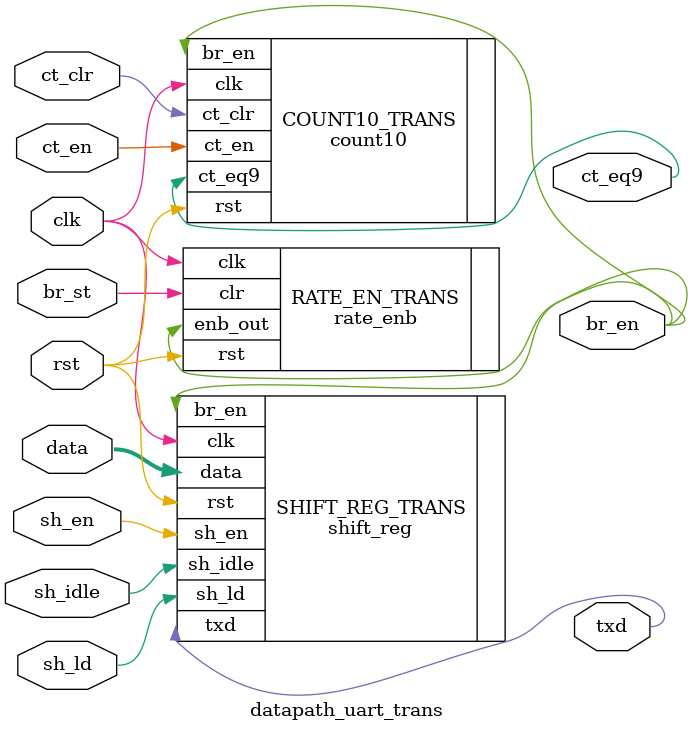
<source format=sv>
`timescale 1ns / 1ps


module datapath_uart_trans(
    input logic sh_ld, sh_idle, sh_en, br_st, ct_clr, clk, rst, ct_en,
    input logic [7:0] data,
    output logic ct_eq9,txd,br_en
    );
    parameter BAUD_RATE = 9600;

    // Instantiating Rate Enable With Baud Rate of 9600
    rate_enb #(.RATE_HZ(BAUD_RATE)) RATE_EN_TRANS(.clk(clk), .rst(rst), .clr(br_st), .enb_out(br_en));

    //Institating Shift Regsiter Used for Outputting TXP after every shift
    shift_reg SHIFT_REG_TRANS(.clk(clk), .sh_ld(sh_ld),.sh_idle(sh_idle), .sh_en(sh_en), .rst(rst), .br_en(br_en), .data(data), .txd(txd));

    // Instantiating counter module used for counting the number of shifts
    count10 COUNT10_TRANS(.ct_clr(ct_clr),.clk(clk), .rst(rst),.ct_en(ct_en), .br_en(br_en),.ct_eq9(ct_eq9));

endmodule

</source>
